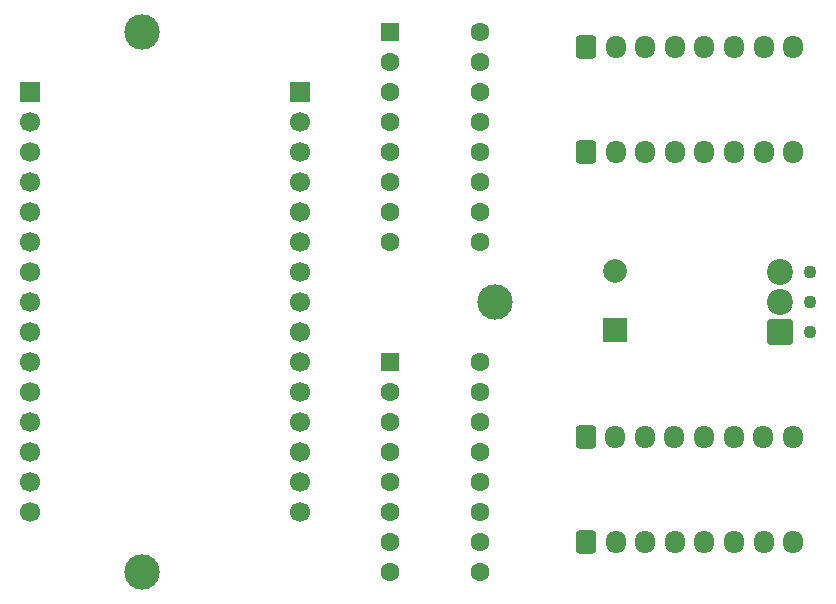
<source format=gbs>
G04 #@! TF.GenerationSoftware,KiCad,Pcbnew,9.0.1*
G04 #@! TF.CreationDate,2025-05-08T00:01:33-03:00*
G04 #@! TF.ProjectId,Controlador,436f6e74-726f-46c6-9164-6f722e6b6963,rev?*
G04 #@! TF.SameCoordinates,Original*
G04 #@! TF.FileFunction,Soldermask,Bot*
G04 #@! TF.FilePolarity,Negative*
%FSLAX46Y46*%
G04 Gerber Fmt 4.6, Leading zero omitted, Abs format (unit mm)*
G04 Created by KiCad (PCBNEW 9.0.1) date 2025-05-08 00:01:33*
%MOMM*%
%LPD*%
G01*
G04 APERTURE LIST*
G04 Aperture macros list*
%AMRoundRect*
0 Rectangle with rounded corners*
0 $1 Rounding radius*
0 $2 $3 $4 $5 $6 $7 $8 $9 X,Y pos of 4 corners*
0 Add a 4 corners polygon primitive as box body*
4,1,4,$2,$3,$4,$5,$6,$7,$8,$9,$2,$3,0*
0 Add four circle primitives for the rounded corners*
1,1,$1+$1,$2,$3*
1,1,$1+$1,$4,$5*
1,1,$1+$1,$6,$7*
1,1,$1+$1,$8,$9*
0 Add four rect primitives between the rounded corners*
20,1,$1+$1,$2,$3,$4,$5,0*
20,1,$1+$1,$4,$5,$6,$7,0*
20,1,$1+$1,$6,$7,$8,$9,0*
20,1,$1+$1,$8,$9,$2,$3,0*%
G04 Aperture macros list end*
%ADD10C,3.000000*%
%ADD11RoundRect,0.250000X-0.600000X-0.725000X0.600000X-0.725000X0.600000X0.725000X-0.600000X0.725000X0*%
%ADD12O,1.700000X1.950000*%
%ADD13C,1.100000*%
%ADD14RoundRect,0.249999X0.850001X-0.850001X0.850001X0.850001X-0.850001X0.850001X-0.850001X-0.850001X0*%
%ADD15C,2.200000*%
%ADD16R,2.000000X2.000000*%
%ADD17C,2.000000*%
%ADD18R,1.700000X1.700000*%
%ADD19C,1.700000*%
%ADD20RoundRect,0.250000X-0.550000X-0.550000X0.550000X-0.550000X0.550000X0.550000X-0.550000X0.550000X0*%
%ADD21C,1.600000*%
G04 APERTURE END LIST*
D10*
X64770000Y-46990000D03*
X34925000Y-69850000D03*
X34925000Y-24130000D03*
D11*
X72510000Y-67310000D03*
D12*
X75010000Y-67310000D03*
X77510000Y-67310000D03*
X80010000Y-67310000D03*
X82510000Y-67310000D03*
X85010000Y-67310000D03*
X87510000Y-67310000D03*
X90010000Y-67310000D03*
D13*
X91440000Y-49530000D03*
X91440000Y-46990000D03*
X91440000Y-44450000D03*
D14*
X88900000Y-49530000D03*
D15*
X88900000Y-46990000D03*
X88900000Y-44450000D03*
D16*
X74930000Y-49357677D03*
D17*
X74930000Y-44357677D03*
D11*
X72470000Y-58420000D03*
D12*
X74970000Y-58420000D03*
X77470000Y-58420000D03*
X79970000Y-58420000D03*
X82470000Y-58420000D03*
X84970000Y-58420000D03*
X87470000Y-58420000D03*
X89970000Y-58420000D03*
D11*
X72510000Y-25400000D03*
D12*
X75010000Y-25400000D03*
X77510000Y-25400000D03*
X80010000Y-25400000D03*
X82510000Y-25400000D03*
X85010000Y-25400000D03*
X87510000Y-25400000D03*
X90010000Y-25400000D03*
D11*
X72510000Y-34290000D03*
D12*
X75010000Y-34290000D03*
X77510000Y-34290000D03*
X80010000Y-34290000D03*
X82510000Y-34290000D03*
X85010000Y-34290000D03*
X87510000Y-34290000D03*
X90010000Y-34290000D03*
D18*
X25400000Y-29210000D03*
D19*
X25400000Y-31750000D03*
X25400000Y-34290000D03*
X25400000Y-36830000D03*
X25400000Y-39370000D03*
X25400000Y-41910000D03*
X25400000Y-44450000D03*
X25400000Y-46990000D03*
X25400000Y-49530000D03*
X25400000Y-52070000D03*
X25400000Y-54610000D03*
X25400000Y-57150000D03*
X25400000Y-59690000D03*
X25400000Y-62230000D03*
X25400000Y-64770000D03*
D18*
X48260000Y-29210000D03*
D19*
X48260000Y-31750000D03*
X48260000Y-34290000D03*
X48260000Y-36830000D03*
X48260000Y-39370000D03*
X48260000Y-41910000D03*
X48260000Y-44450000D03*
X48260000Y-46990000D03*
X48260000Y-49530000D03*
X48260000Y-52070000D03*
X48260000Y-54610000D03*
X48260000Y-57150000D03*
X48260000Y-59690000D03*
X48260000Y-62230000D03*
X48260000Y-64770000D03*
D20*
X55885000Y-24130000D03*
D21*
X55885000Y-26670000D03*
X55885000Y-29210000D03*
X55885000Y-31750000D03*
X55885000Y-34290000D03*
X55885000Y-36830000D03*
X55885000Y-39370000D03*
X55885000Y-41910000D03*
X63505000Y-41910000D03*
X63505000Y-39370000D03*
X63505000Y-36830000D03*
X63505000Y-34290000D03*
X63505000Y-31750000D03*
X63505000Y-29210000D03*
X63505000Y-26670000D03*
X63505000Y-24130000D03*
D20*
X55880000Y-52070000D03*
D21*
X55880000Y-54610000D03*
X55880000Y-57150000D03*
X55880000Y-59690000D03*
X55880000Y-62230000D03*
X55880000Y-64770000D03*
X55880000Y-67310000D03*
X55880000Y-69850000D03*
X63500000Y-69850000D03*
X63500000Y-67310000D03*
X63500000Y-64770000D03*
X63500000Y-62230000D03*
X63500000Y-59690000D03*
X63500000Y-57150000D03*
X63500000Y-54610000D03*
X63500000Y-52070000D03*
M02*

</source>
